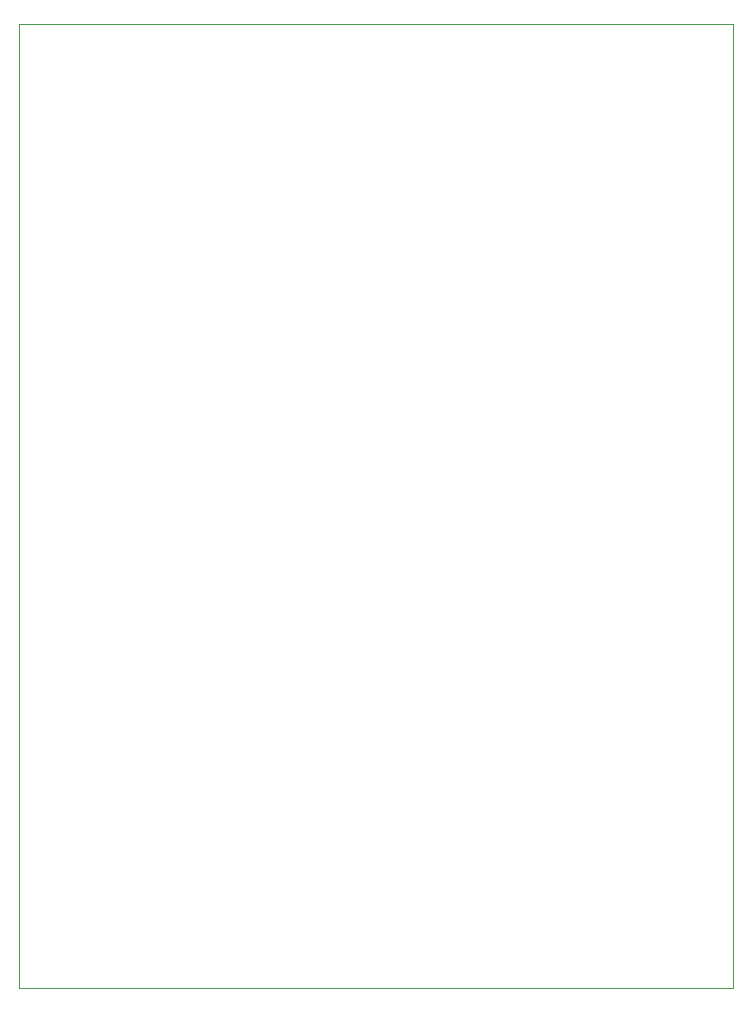
<source format=gbr>
%TF.GenerationSoftware,KiCad,Pcbnew,(5.99.0-12348-g4b436fb86d)*%
%TF.CreationDate,2021-09-23T14:41:55+01:00*%
%TF.ProjectId,Ampelope_Components,416d7065-6c6f-4706-955f-436f6d706f6e,rev?*%
%TF.SameCoordinates,Original*%
%TF.FileFunction,Profile,NP*%
%FSLAX46Y46*%
G04 Gerber Fmt 4.6, Leading zero omitted, Abs format (unit mm)*
G04 Created by KiCad (PCBNEW (5.99.0-12348-g4b436fb86d)) date 2021-09-23 14:41:55*
%MOMM*%
%LPD*%
G01*
G04 APERTURE LIST*
%TA.AperFunction,Profile*%
%ADD10C,0.120000*%
%TD*%
G04 APERTURE END LIST*
D10*
X160500000Y-50000000D02*
X160500000Y-131600000D01*
X100000000Y-50000000D02*
X100000000Y-131600000D01*
X100000000Y-131600000D02*
X160500000Y-131600000D01*
X100000000Y-50000000D02*
X160500000Y-50000000D01*
M02*

</source>
